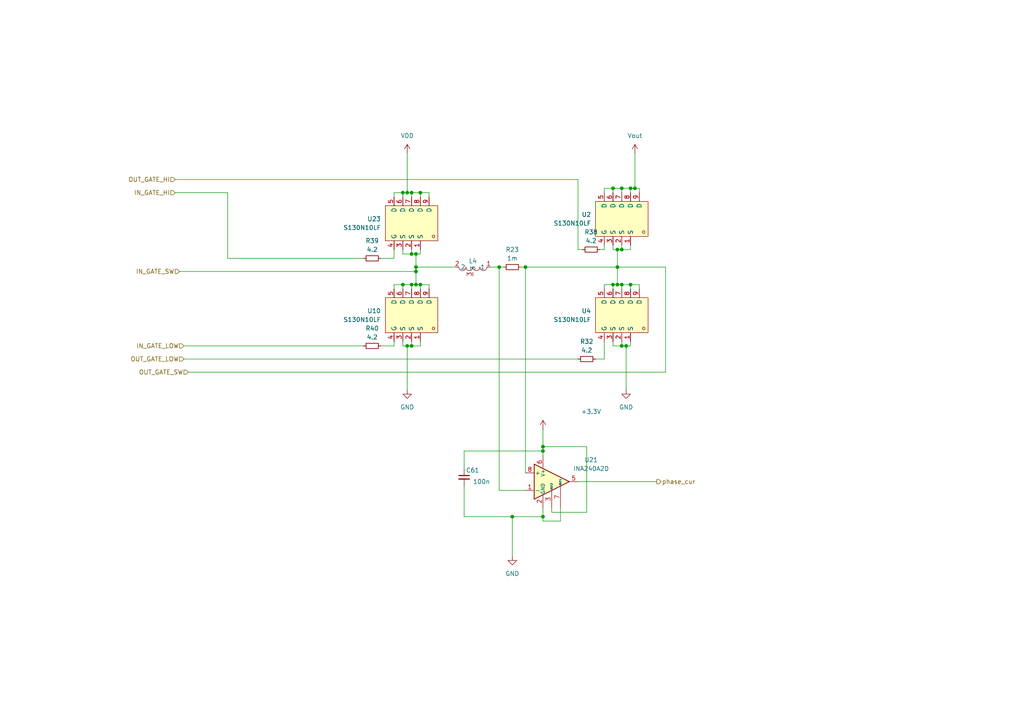
<source format=kicad_sch>
(kicad_sch (version 20231120) (generator "eeschema") (generator_version "8.0")
  (paper "A4")
  (lib_symbols
    (symbol "Amplifier_Current:INA240A2D" (pin_names (offset 0.127))
      (property "Reference" "U" (at 3.81 3.81 0))
      (property "Value" "INA240A2D" (at 3.81 -2.54 0))
      (symbol "INA240A2D_0_1"
        (polyline (pts (xy 5.08 0) (xy -5.08 5.08) (xy -5.08 -5.08) (xy 5.08 0)) (stroke (width 0.254)) (fill (type background)))
      )
      (symbol "INA240A2D_1_1"
        (pin input line (at -7.62 -2.54 0) (length 2.54) (name "-") (number "1"))
        (pin power_in line (at -2.54 -7.62 90) (length 3.81) (name "GND") (number "2"))
        (pin passive line (at 0 -7.62 90) (length 5.08) (name "REF2") (number "3"))
        (pin passive line (at -2.54 -7.62 90) (length 3.81) hide (name "GND") (number "4"))
        (pin output line (at 7.62 0 180) (length 2.54) (name "~") (number "5"))
        (pin power_in line (at -2.54 7.62 270) (length 3.81) (name "V+") (number "6"))
        (pin passive line (at 2.54 -7.62 90) (length 6.35) (name "REF1") (number "7"))
        (pin input line (at -7.62 2.54 0) (length 2.54) (name "+") (number "8"))
      )
    )
    (symbol "Device:C_Small" (pin_numbers hide) (pin_names (offset 0.254) hide)
      (property "Reference" "C" (at 0.254 1.778 0))
      (property "Value" "C_Small" (at 0.254 -2.032 0))
      (symbol "C_Small_0_1"
        (polyline (pts (xy -1.524 -0.508) (xy 1.524 -0.508)) (stroke (width 0.3302)))
        (polyline (pts (xy -1.524 0.508) (xy 1.524 0.508)) (stroke (width 0.3048)))
      )
      (symbol "C_Small_1_1"
        (pin passive line (at 0 2.54 270) (length 2.032) (name "~") (number "1"))
        (pin passive line (at 0 -2.54 90) (length 2.032) (name "~") (number "2"))
      )
    )
    (symbol "Device:R_Small" (pin_numbers hide) (pin_names (offset 0.254) hide)
      (property "Reference" "R" (at 0.762 0.508 0))
      (property "Value" "R_Small" (at 0.762 -1.016 0))
      (symbol "R_Small_0_1"
        (rectangle (start -0.762 1.778) (end 0.762 -1.778) (stroke (width 0.2032)))
      )
      (symbol "R_Small_1_1"
        (pin passive line (at 0 2.54 270) (length 0.762) (name "~") (number "1"))
        (pin passive line (at 0 -2.54 90) (length 0.762) (name "~") (number "2"))
      )
    )
    (symbol "easyeda2kicad:FC-SE2918-100M-28A"
      (property "Reference" "L" (at 0 7.62 0))
      (property "Value" "FC-SE2918-100M-28A" (at 0 -5.08 0))
      (symbol "FC-SE2918-100M-28A_0_1"
        (arc (start -2.03 0.01) (mid -3.055 1.013) (end -4.06 -0.01))
        (arc (start 0 0.01) (mid -1.025 1.013) (end -2.03 -0.01))
        (arc (start 2.03 0.01) (mid 1.005 1.013) (end 0 -0.01))
        (arc (start 4.06 0.01) (mid 3.035 1.013) (end 2.03 -0.01))
        (pin unspecified line (at -5.08 0 0) (length 1.016) (name "1") (number "1"))
        (pin unspecified line (at 5.08 0 180) (length 1.016) (name "2") (number "2"))
        (pin unspecified line (at 0 2.54 270) (length 1.016) (name "3") (number "3"))
      )
    )
    (symbol "easyeda2kicad:S130N10LF"
      (property "Reference" "U" (at 0 10.16 0))
      (property "Value" "S130N10LF" (at 0 -10.16 0))
      (symbol "S130N10LF_0_1"
        (rectangle (start -5.08 7.62) (end 5.08 -7.62) (fill (type background)))
        (circle (center -3.81 6.35) (radius 0.38))
        (pin unspecified line (at -7.62 2.54 0) (length 2.54) (name "S") (number "1"))
        (pin unspecified line (at -7.62 0 0) (length 2.54) (name "S") (number "2"))
        (pin unspecified line (at -7.62 -2.54 0) (length 2.54) (name "S") (number "3"))
        (pin unspecified line (at -7.62 -5.08 0) (length 2.54) (name "G") (number "4"))
        (pin unspecified line (at 7.62 -5.08 180) (length 2.54) (name "D") (number "5"))
        (pin unspecified line (at 7.62 -2.54 180) (length 2.54) (name "D") (number "6"))
        (pin unspecified line (at 7.62 0 180) (length 2.54) (name "D") (number "7"))
        (pin unspecified line (at 7.62 2.54 180) (length 2.54) (name "D") (number "8"))
        (pin unspecified line (at 7.62 5.08 180) (length 2.54) (name "D") (number "9"))
      )
    )
    (symbol "power:+3.3V" (power) (pin_numbers hide) (pin_names (offset 0) hide)
      (property "Value" "+3.3V" (at 0 3.556 0))
      (symbol "+3.3V_0_1"
        (polyline (pts (xy -0.762 1.27) (xy 0 2.54)))
        (polyline (pts (xy 0 0) (xy 0 2.54)))
        (polyline (pts (xy 0 2.54) (xy 0.762 1.27)))
      )
      (symbol "+3.3V_1_1"
        (pin power_in line (at 0 0 90) (length 0) (name "~") (number "1"))
      )
    )
    (symbol "power:GND" (power) (pin_numbers hide) (pin_names (offset 0) hide)
      (property "Value" "GND" (at 0 -3.81 0))
      (symbol "GND_0_1"
        (polyline (pts (xy 0 0) (xy 0 -1.27) (xy 1.27 -1.27) (xy 0 -2.54) (xy -1.27 -1.27) (xy 0 -1.27)))
      )
      (symbol "GND_1_1"
        (pin power_in line (at 0 0 270) (length 0) (name "~") (number "1"))
      )
    )
    (symbol "power:VBUS" (power) (pin_numbers hide) (pin_names (offset 0) hide)
      (property "Value" "VBUS" (at 0 3.556 0))
      (symbol "VBUS_0_1"
        (polyline (pts (xy -0.762 1.27) (xy 0 2.54)))
        (polyline (pts (xy 0 0) (xy 0 2.54)))
        (polyline (pts (xy 0 2.54) (xy 0.762 1.27)))
      )
      (symbol "VBUS_1_1"
        (pin power_in line (at 0 0 90) (length 0) (name "~") (number "1"))
      )
    )
    (symbol "power:VDD" (power) (pin_numbers hide) (pin_names (offset 0) hide)
      (property "Value" "VDD" (at 0 3.556 0))
      (symbol "VDD_0_1"
        (polyline (pts (xy -0.762 1.27) (xy 0 2.54)))
        (polyline (pts (xy 0 0) (xy 0 2.54)))
        (polyline (pts (xy 0 2.54) (xy 0.762 1.27)))
      )
      (symbol "VDD_1_1"
        (pin power_in line (at 0 0 90) (length 0) (name "~") (number "1"))
      )
    )
  )
  (junction (at 181.61 100.33))
  (junction (at 118.11 100.33))
  (junction (at 179.07 77.47))
  (junction (at 177.8 54.61))
  (junction (at 119.38 100.33))
  (junction (at 120.65 82.55))
  (junction (at 120.65 78.74))
  (junction (at 179.07 82.55))
  (junction (at 179.07 72.39))
  (junction (at 116.84 55.88))
  (junction (at 184.15 54.61))
  (junction (at 119.38 55.88))
  (junction (at 118.11 55.88))
  (junction (at 180.34 72.39))
  (junction (at 180.34 82.55))
  (junction (at 180.34 100.33))
  (junction (at 144.78 77.47))
  (junction (at 148.59 149.86))
  (junction (at 120.65 77.47))
  (junction (at 152.4 77.47))
  (junction (at 157.48 129.54))
  (junction (at 177.8 82.55))
  (junction (at 157.48 149.86))
  (junction (at 116.84 82.55))
  (junction (at 119.38 73.66))
  (junction (at 121.92 55.88))
  (junction (at 182.88 82.55))
  (junction (at 182.88 54.61))
  (junction (at 157.48 130.81))
  (junction (at 180.34 54.61))
  (junction (at 121.92 82.55))
  (junction (at 120.65 73.66))
  (junction (at 119.38 82.55))
  (wire (pts (xy 181.61 100.33) (xy 181.61 113.03)))
  (wire (pts (xy 119.38 57.15) (xy 119.38 55.88)))
  (wire (pts (xy 144.78 77.47) (xy 146.05 77.47)))
  (wire (pts (xy 144.78 77.47) (xy 144.78 142.24)))
  (wire (pts (xy 179.07 77.47) (xy 179.07 82.55)))
  (wire (pts (xy 120.65 78.74) (xy 120.65 82.55)))
  (wire (pts (xy 142.24 77.47) (xy 144.78 77.47)))
  (wire (pts (xy 119.38 100.33) (xy 119.38 99.06)))
  (wire (pts (xy 182.88 71.12) (xy 182.88 72.39)))
  (wire (pts (xy 175.26 71.12) (xy 175.26 72.39)))
  (wire (pts (xy 118.11 100.33) (xy 118.11 113.03)))
  (wire (pts (xy 180.34 72.39) (xy 180.34 71.12)))
  (wire (pts (xy 52.07 78.74) (xy 120.65 78.74)))
  (wire (pts (xy 179.07 72.39) (xy 179.07 77.47)))
  (wire (pts (xy 182.88 72.39) (xy 180.34 72.39)))
  (wire (pts (xy 175.26 72.39) (xy 173.99 72.39)))
  (wire (pts (xy 177.8 72.39) (xy 179.07 72.39)))
  (wire (pts (xy 177.8 82.55) (xy 177.8 83.82)))
  (wire (pts (xy 119.38 83.82) (xy 119.38 82.55)))
  (wire (pts (xy 180.34 55.88) (xy 180.34 54.61)))
  (wire (pts (xy 167.64 139.7) (xy 190.5 139.7)))
  (wire (pts (xy 179.07 82.55) (xy 180.34 82.55)))
  (wire (pts (xy 157.48 129.54) (xy 157.48 130.81)))
  (wire (pts (xy 116.84 55.88) (xy 116.84 57.15)))
  (wire (pts (xy 114.3 72.39) (xy 114.3 74.93)))
  (wire (pts (xy 175.26 99.06) (xy 175.26 104.14)))
  (wire (pts (xy 144.78 142.24) (xy 152.4 142.24)))
  (wire (pts (xy 116.84 100.33) (xy 118.11 100.33)))
  (wire (pts (xy 157.48 130.81) (xy 157.48 132.08)))
  (wire (pts (xy 160.02 147.32) (xy 160.02 148.59)))
  (wire (pts (xy 120.65 73.66) (xy 120.65 77.47)))
  (wire (pts (xy 120.65 77.47) (xy 132.08 77.47)))
  (wire (pts (xy 134.62 140.97) (xy 134.62 149.86)))
  (wire (pts (xy 116.84 82.55) (xy 116.84 83.82)))
  (wire (pts (xy 120.65 73.66) (xy 119.38 73.66)))
  (wire (pts (xy 121.92 57.15) (xy 121.92 55.88)))
  (wire (pts (xy 177.8 71.12) (xy 177.8 72.39)))
  (wire (pts (xy 177.8 54.61) (xy 180.34 54.61)))
  (wire (pts (xy 152.4 77.47) (xy 152.4 137.16)))
  (wire (pts (xy 119.38 55.88) (xy 118.11 55.88)))
  (wire (pts (xy 124.46 83.82) (xy 124.46 82.55)))
  (wire (pts (xy 177.8 100.33) (xy 180.34 100.33)))
  (wire (pts (xy 152.4 77.47) (xy 179.07 77.47)))
  (wire (pts (xy 151.13 77.47) (xy 152.4 77.47)))
  (wire (pts (xy 175.26 82.55) (xy 177.8 82.55)))
  (wire (pts (xy 116.84 99.06) (xy 116.84 100.33)))
  (wire (pts (xy 119.38 82.55) (xy 116.84 82.55)))
  (wire (pts (xy 175.26 104.14) (xy 172.72 104.14)))
  (wire (pts (xy 175.26 54.61) (xy 177.8 54.61)))
  (wire (pts (xy 148.59 149.86) (xy 157.48 149.86)))
  (wire (pts (xy 121.92 100.33) (xy 119.38 100.33)))
  (wire (pts (xy 157.48 149.86) (xy 157.48 147.32)))
  (wire (pts (xy 121.92 82.55) (xy 124.46 82.55)))
  (wire (pts (xy 182.88 82.55) (xy 185.42 82.55)))
  (wire (pts (xy 162.56 147.32) (xy 162.56 151.13)))
  (wire (pts (xy 182.88 55.88) (xy 182.88 54.61)))
  (wire (pts (xy 120.65 77.47) (xy 120.65 78.74)))
  (wire (pts (xy 170.18 148.59) (xy 170.18 129.54)))
  (wire (pts (xy 181.61 100.33) (xy 180.34 100.33)))
  (wire (pts (xy 193.04 107.95) (xy 193.04 77.47)))
  (wire (pts (xy 124.46 55.88) (xy 121.92 55.88)))
  (wire (pts (xy 175.26 55.88) (xy 175.26 54.61)))
  (wire (pts (xy 134.62 130.81) (xy 157.48 130.81)))
  (wire (pts (xy 50.8 55.88) (xy 66.04 55.88)))
  (wire (pts (xy 182.88 99.06) (xy 182.88 100.33)))
  (wire (pts (xy 175.26 83.82) (xy 175.26 82.55)))
  (wire (pts (xy 177.8 82.55) (xy 179.07 82.55)))
  (wire (pts (xy 114.3 82.55) (xy 116.84 82.55)))
  (wire (pts (xy 184.15 44.45) (xy 184.15 54.61)))
  (wire (pts (xy 50.8 52.07) (xy 167.64 52.07)))
  (wire (pts (xy 180.34 82.55) (xy 182.88 82.55)))
  (wire (pts (xy 66.04 74.93) (xy 105.41 74.93)))
  (wire (pts (xy 121.92 99.06) (xy 121.92 100.33)))
  (wire (pts (xy 157.48 151.13) (xy 157.48 149.86)))
  (wire (pts (xy 182.88 54.61) (xy 180.34 54.61)))
  (wire (pts (xy 53.34 104.14) (xy 167.64 104.14)))
  (wire (pts (xy 119.38 73.66) (xy 119.38 72.39)))
  (wire (pts (xy 134.62 149.86) (xy 148.59 149.86)))
  (wire (pts (xy 66.04 74.93) (xy 66.04 55.88)))
  (wire (pts (xy 134.62 130.81) (xy 134.62 135.89)))
  (wire (pts (xy 121.92 55.88) (xy 119.38 55.88)))
  (wire (pts (xy 121.92 83.82) (xy 121.92 82.55)))
  (wire (pts (xy 157.48 124.46) (xy 157.48 129.54)))
  (wire (pts (xy 160.02 148.59) (xy 170.18 148.59)))
  (wire (pts (xy 120.65 82.55) (xy 119.38 82.55)))
  (wire (pts (xy 148.59 149.86) (xy 148.59 161.29)))
  (wire (pts (xy 170.18 129.54) (xy 157.48 129.54)))
  (wire (pts (xy 121.92 72.39) (xy 121.92 73.66)))
  (wire (pts (xy 114.3 57.15) (xy 114.3 55.88)))
  (wire (pts (xy 53.34 100.33) (xy 105.41 100.33)))
  (wire (pts (xy 185.42 54.61) (xy 184.15 54.61)))
  (wire (pts (xy 118.11 55.88) (xy 116.84 55.88)))
  (wire (pts (xy 177.8 99.06) (xy 177.8 100.33)))
  (wire (pts (xy 110.49 100.33) (xy 114.3 100.33)))
  (wire (pts (xy 121.92 82.55) (xy 120.65 82.55)))
  (wire (pts (xy 118.11 100.33) (xy 119.38 100.33)))
  (wire (pts (xy 167.64 52.07) (xy 167.64 72.39)))
  (wire (pts (xy 116.84 72.39) (xy 116.84 73.66)))
  (wire (pts (xy 182.88 82.55) (xy 182.88 83.82)))
  (wire (pts (xy 185.42 55.88) (xy 185.42 54.61)))
  (wire (pts (xy 114.3 55.88) (xy 116.84 55.88)))
  (wire (pts (xy 162.56 151.13) (xy 157.48 151.13)))
  (wire (pts (xy 114.3 83.82) (xy 114.3 82.55)))
  (wire (pts (xy 180.34 82.55) (xy 180.34 83.82)))
  (wire (pts (xy 180.34 100.33) (xy 180.34 99.06)))
  (wire (pts (xy 167.64 72.39) (xy 168.91 72.39)))
  (wire (pts (xy 124.46 57.15) (xy 124.46 55.88)))
  (wire (pts (xy 185.42 82.55) (xy 185.42 83.82)))
  (wire (pts (xy 121.92 73.66) (xy 120.65 73.66)))
  (wire (pts (xy 114.3 99.06) (xy 114.3 100.33)))
  (wire (pts (xy 177.8 54.61) (xy 177.8 55.88)))
  (wire (pts (xy 118.11 44.45) (xy 118.11 55.88)))
  (wire (pts (xy 114.3 74.93) (xy 110.49 74.93)))
  (wire (pts (xy 54.61 107.95) (xy 193.04 107.95)))
  (wire (pts (xy 184.15 54.61) (xy 182.88 54.61)))
  (wire (pts (xy 179.07 77.47) (xy 193.04 77.47)))
  (wire (pts (xy 182.88 100.33) (xy 181.61 100.33)))
  (wire (pts (xy 180.34 72.39) (xy 179.07 72.39)))
  (wire (pts (xy 116.84 73.66) (xy 119.38 73.66)))
  (hierarchical_label "OUT_GATE_HI" (shape input) (at 50.8 52.07 180))
  (hierarchical_label "OUT_GATE_LOW" (shape input) (at 53.34 104.14 180))
  (hierarchical_label "phase_cur" (shape output) (at 190.5 139.7 0))
  (hierarchical_label "IN_GATE_LOW" (shape input) (at 53.34 100.33 180))
  (hierarchical_label "IN_GATE_HI" (shape input) (at 50.8 55.88 180))
  (hierarchical_label "IN_GATE_SW" (shape input) (at 52.07 78.74 180))
  (hierarchical_label "OUT_GATE_SW" (shape input) (at 54.61 107.95 180))
  (symbol (lib_id "easyeda2kicad:S130N10LF") (at 119.38 64.77 270) (mirror x) (unit 1)
    (property "Reference" "U23" (at 110.49 63.4999 90) (effects (justify right)))
    (property "Value" "S130N10LF" (at 110.49 66.0399 90) (effects (justify right)))
    (property "Footprint" "easyeda2kicad:TDFN-8_L5.9-W5.2-P1.27-LS6.2-BL" (effects (hide yes)))
    (property "LCSC Part" "C19100375" (effects (hide yes)))
    (instances (project "MPPT_V2" (path "" (reference "U23") (unit 1)) (path "" (reference "U22") (unit 1))))
  )
  (symbol (lib_id "Device:R_Small") (at 170.18 104.14 90) (unit 1)
    (property "Reference" "R32" (at 170.18 99.06 90))
    (property "Value" "4.2" (at 170.18 101.6 90))
    (property "Footprint" "Resistor_SMD:R_0603_1608Metric" (effects (hide yes)))
    (property "Description" "Resistor, small symbol" (effects (hide yes)))
    (instances (project "MPPT_V2" (path "" (reference "R32") (unit 1)) (path "" (reference "R31") (unit 1))))
  )
  (symbol (lib_id "Amplifier_Current:INA240A2D") (at 160.02 139.7 0) (unit 1)
    (property "Reference" "U21" (at 171.45 133.3814 0))
    (property "Value" "INA240A2D" (at 171.45 135.9214 0))
    (property "Footprint" "Package_SO:SOIC-8_3.9x4.9mm_P1.27mm" (effects (hide yes)))
    (property "Datasheet" "http://www.ti.com/lit/ds/symlink/ina240.pdf" (effects (hide yes)))
    (property "Description" "High- and Low-Side, Bidirectional, Zero-Drift, Current-Sense Amplifier With Enhanced PWM Rejection, 50V/V, SOIC-8" (effects (hide yes)))
    (instances (project "MPPT_V2" (path "" (reference "U21") (unit 1)) (path "" (reference "U18") (unit 1))))
  )
  (symbol (lib_id "Device:R_Small") (at 107.95 74.93 90) (unit 1)
    (property "Reference" "R39" (at 107.95 69.85 90))
    (property "Value" "4.2" (at 107.95 72.39 90))
    (property "Footprint" "Resistor_SMD:R_0603_1608Metric" (effects (hide yes)))
    (property "Description" "Resistor, small symbol" (effects (hide yes)))
    (instances (project "MPPT_V2" (path "" (reference "R39") (unit 1)) (path "" (reference "R21") (unit 1))))
  )
  (symbol (lib_id "easyeda2kicad:S130N10LF") (at 119.38 91.44 270) (mirror x) (unit 1)
    (property "Reference" "U10" (at 110.49 90.1699 90) (effects (justify right)))
    (property "Value" "S130N10LF" (at 110.49 92.7099 90) (effects (justify right)))
    (property "Footprint" "easyeda2kicad:TDFN-8_L5.9-W5.2-P1.27-LS6.2-BL" (effects (hide yes)))
    (property "LCSC Part" "C19100375" (effects (hide yes)))
    (instances (project "MPPT_V2" (path "" (reference "U10") (unit 1)) (path "" (reference "U9") (unit 1))))
  )
  (symbol (lib_id "Device:R_Small") (at 171.45 72.39 90) (unit 1)
    (property "Reference" "R38" (at 171.45 67.31 90))
    (property "Value" "4.2" (at 171.45 69.85 90))
    (property "Footprint" "Resistor_SMD:R_0603_1608Metric" (effects (hide yes)))
    (property "Description" "Resistor, small symbol" (effects (hide yes)))
    (instances (project "MPPT_V2" (path "" (reference "R38") (unit 1)) (path "" (reference "R33") (unit 1))))
  )
  (symbol (lib_id "power:VBUS") (at 184.15 44.45 0) (unit 1)
    (property "Reference" "#PWR0105" (effects (hide yes)))
    (property "Value" "Vout" (at 184.15 39.37 0))
    (property "Description" "Power symbol creates a global label with name \"VBUS\"" (effects (hide yes)))
    (instances (project "MPPT_V2" (path "" (reference "#PWR0105") (unit 1)) (path "" (reference "#PWR081") (unit 1))))
  )
  (symbol (lib_id "easyeda2kicad:S130N10LF") (at 180.34 63.5 270) (mirror x) (unit 1)
    (property "Reference" "U2" (at 171.45 62.2299 90) (effects (justify right)))
    (property "Value" "S130N10LF" (at 171.45 64.7699 90) (effects (justify right)))
    (property "Footprint" "easyeda2kicad:TDFN-8_L5.9-W5.2-P1.27-LS6.2-BL" (effects (hide yes)))
    (property "LCSC Part" "C19100375" (effects (hide yes)))
    (instances (project "MPPT_V2" (path "" (reference "U2") (unit 1)) (path "" (reference "U1") (unit 1))))
  )
  (symbol (lib_id "power:GND") (at 118.11 113.03 0) (unit 1)
    (property "Reference" "#PWR0111" (effects (hide yes)))
    (property "Value" "GND" (at 118.11 118.11 0))
    (property "Description" "Power symbol creates a global label with name \"GND\" , ground" (effects (hide yes)))
    (instances (project "MPPT_V2" (path "" (reference "#PWR0111") (unit 1)) (path "" (reference "#PWR0100") (unit 1))))
  )
  (symbol (lib_id "Device:R_Small") (at 107.95 100.33 90) (unit 1)
    (property "Reference" "R40" (at 107.95 95.25 90))
    (property "Value" "4.2" (at 107.95 97.79 90))
    (property "Footprint" "Resistor_SMD:R_0603_1608Metric" (effects (hide yes)))
    (property "Description" "Resistor, small symbol" (effects (hide yes)))
    (instances (project "MPPT_V2" (path "" (reference "R40") (unit 1)) (path "" (reference "R22") (unit 1))))
  )
  (symbol (lib_id "easyeda2kicad:FC-SE2918-100M-28A") (at 137.16 77.47 180) (unit 1)
    (property "Reference" "L4" (at 137.16 75.692 0))
    (property "Value" "FC-SE2918-100M-28A" (effects (hide yes)))
    (property "Footprint" "easyeda2kicad:IND-SMD_3P-L27.9-W19.7-P10.43-LS27.9-BL-A" (effects (hide yes)))
    (property "LCSC Part" "C3037600" (effects (hide yes)))
    (instances (project "MPPT_V2" (path "" (reference "L4") (unit 1)) (path "" (reference "L1") (unit 1))))
  )
  (symbol (lib_id "Device:C_Small") (at 134.62 138.43 0) (unit 1)
    (property "Reference" "C61" (at 135.128 136.398 0) (effects (justify left)))
    (property "Value" "100n" (at 137.16 139.7062 0) (effects (justify left)))
    (property "Footprint" "Capacitor_SMD:C_0402_1005Metric" (effects (hide yes)))
    (property "Description" "Unpolarized capacitor, small symbol" (effects (hide yes)))
    (instances (project "MPPT_V2" (path "" (reference "C61") (unit 1)) (path "" (reference "C13") (unit 1))))
  )
  (symbol (lib_id "easyeda2kicad:S130N10LF") (at 180.34 91.44 270) (mirror x) (unit 1)
    (property "Reference" "U4" (at 171.45 90.1699 90) (effects (justify right)))
    (property "Value" "S130N10LF" (at 171.45 92.7099 90) (effects (justify right)))
    (property "Footprint" "easyeda2kicad:TDFN-8_L5.9-W5.2-P1.27-LS6.2-BL" (effects (hide yes)))
    (property "LCSC Part" "C19100375" (effects (hide yes)))
    (instances (project "MPPT_V2" (path "" (reference "U4") (unit 1)) (path "" (reference "U3") (unit 1))))
  )
  (symbol (lib_id "power:GND") (at 148.59 161.29 0) (unit 1)
    (property "Reference" "#PWR0101" (effects (hide yes)))
    (property "Value" "GND" (at 148.59 166.37 0))
    (property "Description" "Power symbol creates a global label with name \"GND\" , ground" (effects (hide yes)))
    (instances (project "MPPT_V2" (path "" (reference "#PWR0101") (unit 1)) (path "" (reference "#PWR080") (unit 1))))
  )
  (symbol (lib_id "power:+3.3V") (at 157.48 124.46 0) (unit 1)
    (property "Reference" "#PWR0102" (effects (hide yes)))
    (property "Value" "+3.3V" (at 171.45 119.38 0))
    (property "Description" "Power symbol creates a global label with name \"+3.3V\"" (effects (hide yes)))
    (instances (project "MPPT_V2" (path "" (reference "#PWR0102") (unit 1)) (path "" (reference "#PWR079") (unit 1))))
  )
  (symbol (lib_id "power:GND") (at 181.61 113.03 0) (unit 1)
    (property "Reference" "#PWR0113" (effects (hide yes)))
    (property "Value" "GND" (at 181.61 118.11 0))
    (property "Description" "Power symbol creates a global label with name \"GND\" , ground" (effects (hide yes)))
    (instances (project "MPPT_V2" (path "" (reference "#PWR0113") (unit 1)) (path "" (reference "#PWR0103") (unit 1))))
  )
  (symbol (lib_id "Device:R_Small") (at 148.59 77.47 90) (unit 1)
    (property "Reference" "R23" (at 148.59 72.39 90))
    (property "Value" "1m" (at 148.59 74.93 90))
    (property "Footprint" "Resistor_SMD:R_2512_6332Metric" (effects (hide yes)))
    (property "Description" "Resistor, small symbol" (effects (hide yes)))
    (instances (project "MPPT_V2" (path "" (reference "R23") (unit 1)) (path "" (reference "R8") (unit 1))))
  )
  (symbol (lib_id "power:VDD") (at 118.11 44.45 0) (unit 1)
    (property "Reference" "#PWR0112" (effects (hide yes)))
    (property "Value" "VDD" (at 118.11 39.37 0))
    (property "Description" "Power symbol creates a global label with name \"VDD\"" (effects (hide yes)))
    (instances (project "MPPT_V2" (path "" (reference "#PWR0112") (unit 1)) (path "" (reference "#PWR099") (unit 1))))
  )
)
</source>
